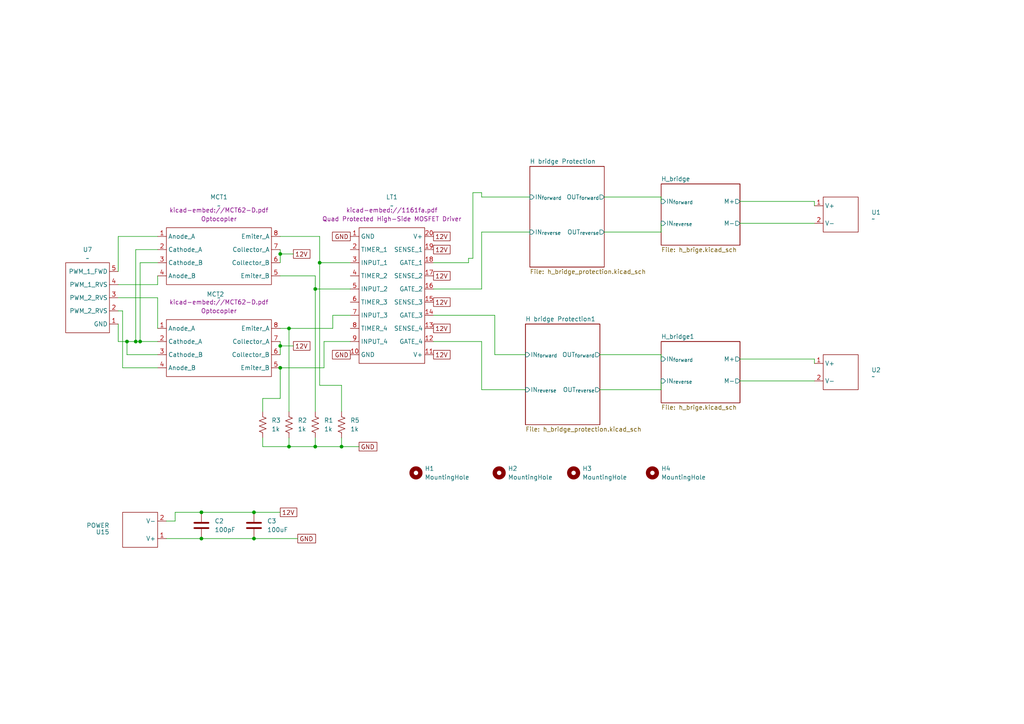
<source format=kicad_sch>
(kicad_sch (version 20250114) (generator "eeschema") (generator_version "9.0")
  (paper "A4")
  (title_block (title "H Bridge") (date "2025-07-15") (rev "Rev 2") (company "The Rolling Ohms") (comment 1 "Team 6 ENPH 253 2025"))
  (lib_symbols
    (symbol "Device:C" (pin_numbers (hide yes)) (pin_names (offset 0.254))
      (property "Reference" "C" (at 0.635 2.54 0))
      (property "Value" "C" (at 0.635 -2.54 0))
      (symbol "C_0_1"
        (polyline (pts (xy -2.032 0.762) (xy 2.032 0.762)) (stroke (width 0.508)))
        (polyline (pts (xy -2.032 -0.762) (xy 2.032 -0.762)) (stroke (width 0.508)))
      )
      (symbol "C_1_1"
        (pin passive line (at 0 3.81 270) (length 2.794) (name "~") (number "1"))
        (pin passive line (at 0 -3.81 90) (length 2.794) (name "~") (number "2"))
      )
    )
    (symbol "Device:R_US" (pin_numbers (hide yes)) (pin_names (offset 0))
      (property "Reference" "R" (at 2.54 0 90))
      (property "Value" "R_US" (at -2.54 0 90))
      (symbol "R_US_0_1"
        (polyline (pts (xy 0 2.286) (xy 0 2.54)))
        (polyline (pts (xy 0 2.286) (xy 1.016 1.905) (xy 0 1.524) (xy -1.016 1.143) (xy 0 0.762)))
        (polyline (pts (xy 0 0.762) (xy 1.016 0.381) (xy 0 0) (xy -1.016 -0.381) (xy 0 -0.762)))
        (polyline (pts (xy 0 -0.762) (xy 1.016 -1.143) (xy 0 -1.524) (xy -1.016 -1.905) (xy 0 -2.286)))
        (polyline (pts (xy 0 -2.286) (xy 0 -2.54)))
      )
      (symbol "R_US_1_1"
        (pin passive line (at 0 3.81 270) (length 1.27) (name "~") (number "1"))
        (pin passive line (at 0 -3.81 90) (length 1.27) (name "~") (number "2"))
      )
    )
    (symbol "ENPH:LT1161"
      (property "Reference" "LT1161" (at 0.254 11.176 0))
      (property "Datasheet" "kicad-embed://1161fa.pdf" (at -0.508 -30.48 0))
      (property "Description" "Quad Protected High-Side MOSFET Driver" (at 0.508 -32.766 0))
      (symbol "LT1161_0_1"
        (rectangle (start -8.89 10.16) (end 10.16 -29.21))
      )
      (symbol "LT1161_1_1"
        (pin input line (at -11.43 7.62 0) (length 2.54) (name "GND") (number "1"))
        (pin input line (at -11.43 3.81 0) (length 2.54) (name "TIMER_1") (number "2"))
        (pin input line (at -11.43 0 0) (length 2.54) (name "INPUT_1") (number "3"))
        (pin input line (at -11.43 -3.81 0) (length 2.54) (name "TIMER_2") (number "4"))
        (pin input line (at -11.43 -7.62 0) (length 2.54) (name "INPUT_2") (number "5"))
        (pin input line (at -11.43 -11.43 0) (length 2.54) (name "TIMER_3") (number "6"))
        (pin input line (at -11.43 -15.24 0) (length 2.54) (name "INPUT_3") (number "7"))
        (pin input line (at -11.43 -19.05 0) (length 2.54) (name "TIMER_4") (number "8"))
        (pin input line (at -11.43 -22.86 0) (length 2.54) (name "INPUT_4") (number "9"))
        (pin input line (at -11.43 -26.67 0) (length 2.54) (name "GND") (number "10"))
        (pin input line (at 12.7 7.62 180) (length 2.54) (name "V+") (number "20"))
        (pin input line (at 12.7 3.81 180) (length 2.54) (name "SENSE_1") (number "19"))
        (pin input line (at 12.7 0 180) (length 2.54) (name "GATE_1") (number "18"))
        (pin input line (at 12.7 -3.81 180) (length 2.54) (name "SENSE_2") (number "17"))
        (pin input line (at 12.7 -7.62 180) (length 2.54) (name "GATE_2") (number "16"))
        (pin input line (at 12.7 -11.43 180) (length 2.54) (name "SENSE_3") (number "15"))
        (pin input line (at 12.7 -15.24 180) (length 2.54) (name "GATE_3") (number "14"))
        (pin input line (at 12.7 -19.05 180) (length 2.54) (name "SENSE_4") (number "13"))
        (pin input line (at 12.7 -22.86 180) (length 2.54) (name "GATE_4") (number "12"))
        (pin input line (at 12.7 -26.67 180) (length 2.54) (name "V+") (number "11"))
      )
    )
    (symbol "ENPH:MCT6"
      (property "Reference" "MCT6" (at 2.286 9.144 0))
      (property "Datasheet" "kicad-embed://MCT62-D.pdf" (at 2.032 -10.414 0))
      (property "Description" "Optocopler" (at 2.286 -0.762 0))
      (symbol "MCT6_0_1"
        (rectangle (start -12.7 7.62) (end 17.78 -8.89))
      )
      (symbol "MCT6_1_1"
        (pin input line (at -15.24 5.08 0) (length 2.54) (name "Anode_A") (number "1"))
        (pin input line (at -15.24 1.27 0) (length 2.54) (name "Cathode_A") (number "2"))
        (pin input line (at -15.24 -2.54 0) (length 2.54) (name "Cathode_B") (number "3"))
        (pin input line (at -15.24 -6.35 0) (length 2.54) (name "Anode_B") (number "4"))
        (pin input line (at 20.32 5.08 180) (length 2.54) (name "Emiter_A") (number "8"))
        (pin input line (at 20.32 1.27 180) (length 2.54) (name "Collector_A") (number "7"))
        (pin input line (at 20.32 -2.54 180) (length 2.54) (name "Collector_B") (number "6"))
        (pin input line (at 20.32 -6.35 180) (length 2.54) (name "Emiter_B") (number "5"))
      )
    )
    (symbol "ENPH:Motor_Output_Header"
      (property "Reference" "U" (at 0 0 0))
      (symbol "Motor_Output_Header_0_1"
        (rectangle (start 5.08 5.08) (end -5.08 -5.08))
      )
      (symbol "Motor_Output_Header_1_1"
        (pin power_in line (at -7.62 2.54 0) (length 2.54) (name "V+") (number "1"))
        (pin power_in line (at -7.62 -2.54 0) (length 2.54) (name "V-") (number "2"))
      )
    )
    (symbol "ENPH:dual_motor_pwm_control"
      (property "Reference" "U" (at -6.096 -5.08 0))
      (symbol "dual_motor_pwm_control_0_1"
        (rectangle (start -7.62 12.7) (end 5.08 -7.62))
      )
      (symbol "dual_motor_pwm_control_1_1"
        (pin power_in line (at 7.62 10.16 180) (length 2.54) (name "PWM_1_FWD") (number "5"))
        (pin power_in line (at 7.62 6.35 180) (length 2.54) (name "PWM_1_RVS") (number "4"))
        (pin power_in line (at 7.62 2.54 180) (length 2.54) (name "PWM_2_RVS") (number "3"))
        (pin power_in line (at 7.62 -1.27 180) (length 2.54) (name "PWM_2_RVS") (number "2"))
        (pin power_in line (at 7.62 -5.08 180) (length 2.54) (name "GND") (number "1"))
      )
    )
    (symbol "Mechanical:MountingHole" (pin_names (offset 1.016)) (in_bom no)
      (property "Reference" "H" (at 0 5.08 0))
      (property "Value" "MountingHole" (at 0 3.175 0))
      (symbol "MountingHole_0_1"
        (circle (center 0 0) (radius 1.27) (stroke (width 1.27)))
      )
    )
  )
  (junction (at 83.82 95.25))
  (junction (at 81.28 106.68))
  (junction (at 91.44 83.82))
  (junction (at 40.64 99.06))
  (junction (at 99.06 129.54))
  (junction (at 92.71 76.2))
  (junction (at 39.37 99.06))
  (junction (at 81.28 100.33))
  (junction (at 58.42 156.21))
  (junction (at 91.44 129.54))
  (junction (at 58.42 148.59))
  (junction (at 73.66 148.59))
  (junction (at 81.28 73.66))
  (junction (at 83.82 129.54))
  (junction (at 73.66 156.21))
  (junction (at 36.83 99.06))
  (wire (pts (xy 139.7 113.03) (xy 152.4 113.03)))
  (wire (pts (xy 93.98 106.68) (xy 93.98 99.06)))
  (wire (pts (xy 139.7 99.06) (xy 139.7 113.03)))
  (wire (pts (xy 236.22 58.42) (xy 236.22 59.69)))
  (wire (pts (xy 96.52 95.25) (xy 96.52 91.44)))
  (wire (pts (xy 175.26 57.15) (xy 191.77 57.15)))
  (wire (pts (xy 81.28 106.68) (xy 93.98 106.68)))
  (wire (pts (xy 173.99 113.03) (xy 191.77 113.03)))
  (wire (pts (xy 45.72 106.68) (xy 35.56 106.68)))
  (wire (pts (xy 45.72 99.06) (xy 40.64 99.06)))
  (wire (pts (xy 191.77 57.15) (xy 191.77 58.42)))
  (wire (pts (xy 99.06 129.54) (xy 91.44 129.54)))
  (wire (pts (xy 48.26 151.13) (xy 50.8 151.13)))
  (wire (pts (xy 39.37 72.39) (xy 39.37 99.06)))
  (wire (pts (xy 45.72 102.87) (xy 36.83 102.87)))
  (wire (pts (xy 91.44 83.82) (xy 101.6 83.82)))
  (wire (pts (xy 81.28 72.39) (xy 81.28 73.66)))
  (wire (pts (xy 236.22 104.14) (xy 214.63 104.14)))
  (wire (pts (xy 35.56 106.68) (xy 35.56 90.17)))
  (wire (pts (xy 34.29 99.06) (xy 34.29 93.98)))
  (wire (pts (xy 92.71 76.2) (xy 101.6 76.2)))
  (wire (pts (xy 91.44 80.01) (xy 81.28 80.01)))
  (wire (pts (xy 93.98 99.06) (xy 101.6 99.06)))
  (wire (pts (xy 191.77 102.87) (xy 191.77 104.14)))
  (wire (pts (xy 36.83 99.06) (xy 34.29 99.06)))
  (wire (pts (xy 135.89 74.93) (xy 135.89 76.2)))
  (wire (pts (xy 58.42 156.21) (xy 73.66 156.21)))
  (wire (pts (xy 83.82 119.38) (xy 83.82 95.25)))
  (wire (pts (xy 99.06 129.54) (xy 104.14 129.54)))
  (wire (pts (xy 96.52 91.44) (xy 101.6 91.44)))
  (wire (pts (xy 76.2 115.57) (xy 81.28 115.57)))
  (wire (pts (xy 173.99 102.87) (xy 191.77 102.87)))
  (wire (pts (xy 91.44 127) (xy 91.44 129.54)))
  (wire (pts (xy 236.22 58.42) (xy 214.63 58.42)))
  (wire (pts (xy 92.71 68.58) (xy 81.28 68.58)))
  (wire (pts (xy 48.26 156.21) (xy 58.42 156.21)))
  (wire (pts (xy 83.82 127) (xy 83.82 129.54)))
  (wire (pts (xy 214.63 64.77) (xy 236.22 64.77)))
  (wire (pts (xy 76.2 127) (xy 76.2 129.54)))
  (wire (pts (xy 45.72 72.39) (xy 39.37 72.39)))
  (wire (pts (xy 99.06 127) (xy 99.06 129.54)))
  (wire (pts (xy 81.28 100.33) (xy 85.09 100.33)))
  (wire (pts (xy 40.64 99.06) (xy 39.37 99.06)))
  (wire (pts (xy 76.2 119.38) (xy 76.2 115.57)))
  (wire (pts (xy 39.37 99.06) (xy 36.83 99.06)))
  (wire (pts (xy 191.77 67.31) (xy 191.77 64.77)))
  (wire (pts (xy 50.8 151.13) (xy 50.8 148.59)))
  (wire (pts (xy 45.72 68.58) (xy 34.29 68.58)))
  (wire (pts (xy 175.26 67.31) (xy 191.77 67.31)))
  (wire (pts (xy 139.7 83.82) (xy 139.7 67.31)))
  (wire (pts (xy 35.56 90.17) (xy 34.29 90.17)))
  (wire (pts (xy 99.06 119.38) (xy 99.06 111.76)))
  (wire (pts (xy 135.89 74.93) (xy 137.16 74.93)))
  (wire (pts (xy 73.66 156.21) (xy 86.36 156.21)))
  (wire (pts (xy 125.73 99.06) (xy 139.7 99.06)))
  (wire (pts (xy 214.63 110.49) (xy 236.22 110.49)))
  (wire (pts (xy 191.77 113.03) (xy 191.77 110.49)))
  (wire (pts (xy 50.8 148.59) (xy 58.42 148.59)))
  (wire (pts (xy 139.7 67.31) (xy 153.67 67.31)))
  (wire (pts (xy 81.28 115.57) (xy 81.28 106.68)))
  (wire (pts (xy 36.83 102.87) (xy 36.83 99.06)))
  (wire (pts (xy 83.82 95.25) (xy 81.28 95.25)))
  (wire (pts (xy 73.66 148.59) (xy 81.28 148.59)))
  (wire (pts (xy 139.7 57.15) (xy 153.67 57.15)))
  (wire (pts (xy 81.28 99.06) (xy 81.28 100.33)))
  (wire (pts (xy 81.28 73.66) (xy 81.28 76.2)))
  (wire (pts (xy 91.44 83.82) (xy 91.44 80.01)))
  (wire (pts (xy 135.89 76.2) (xy 125.73 76.2)))
  (wire (pts (xy 81.28 100.33) (xy 81.28 102.87)))
  (wire (pts (xy 99.06 111.76) (xy 92.71 111.76)))
  (wire (pts (xy 45.72 80.01) (xy 45.72 82.55)))
  (wire (pts (xy 45.72 76.2) (xy 40.64 76.2)))
  (wire (pts (xy 125.73 91.44) (xy 143.51 91.44)))
  (wire (pts (xy 139.7 55.88) (xy 139.7 57.15)))
  (wire (pts (xy 125.73 83.82) (xy 139.7 83.82)))
  (wire (pts (xy 236.22 104.14) (xy 236.22 105.41)))
  (wire (pts (xy 137.16 74.93) (xy 137.16 55.88)))
  (wire (pts (xy 34.29 68.58) (xy 34.29 78.74)))
  (wire (pts (xy 91.44 119.38) (xy 91.44 83.82)))
  (wire (pts (xy 92.71 76.2) (xy 92.71 68.58)))
  (wire (pts (xy 58.42 148.59) (xy 73.66 148.59)))
  (wire (pts (xy 137.16 55.88) (xy 139.7 55.88)))
  (wire (pts (xy 76.2 129.54) (xy 83.82 129.54)))
  (wire (pts (xy 45.72 95.25) (xy 45.72 86.36)))
  (wire (pts (xy 40.64 76.2) (xy 40.64 99.06)))
  (wire (pts (xy 83.82 129.54) (xy 91.44 129.54)))
  (wire (pts (xy 83.82 95.25) (xy 96.52 95.25)))
  (wire (pts (xy 143.51 102.87) (xy 152.4 102.87)))
  (wire (pts (xy 92.71 111.76) (xy 92.71 76.2)))
  (wire (pts (xy 34.29 82.55) (xy 45.72 82.55)))
  (wire (pts (xy 45.72 86.36) (xy 34.29 86.36)))
  (wire (pts (xy 81.28 73.66) (xy 85.09 73.66)))
  (wire (pts (xy 143.51 91.44) (xy 143.51 102.87)))
  (global_label "GND" (shape passive) (at 101.6 68.58 180) (property "Intersheetrefs" "${INTERSHEET_REFS}" (effects (hide yes))))
  (global_label "12V" (shape passive) (at 85.09 73.66 0) (property "Intersheetrefs" "${INTERSHEET_REFS}" (effects (hide yes))))
  (global_label "GND" (shape passive) (at 86.36 156.21 0) (property "Intersheetrefs" "${INTERSHEET_REFS}" (effects (hide yes))))
  (global_label "12V" (shape passive) (at 81.28 148.59 0) (property "Intersheetrefs" "${INTERSHEET_REFS}" (effects (hide yes))))
  (global_label "12V" (shape passive) (at 125.73 95.25 0) (property "Intersheetrefs" "${INTERSHEET_REFS}" (effects (hide yes))))
  (global_label "GND" (shape passive) (at 101.6 102.87 180) (property "Intersheetrefs" "${INTERSHEET_REFS}" (effects (hide yes))))
  (global_label "12V" (shape passive) (at 125.73 87.63 0) (property "Intersheetrefs" "${INTERSHEET_REFS}" (effects (hide yes))))
  (global_label "GND" (shape passive) (at 104.14 129.54 0) (property "Intersheetrefs" "${INTERSHEET_REFS}" (effects (hide yes))))
  (global_label "12V" (shape passive) (at 125.73 80.01 0) (property "Intersheetrefs" "${INTERSHEET_REFS}" (effects (hide yes))))
  (global_label "12V" (shape passive) (at 125.73 68.58 0) (property "Intersheetrefs" "${INTERSHEET_REFS}" (effects (hide yes))))
  (global_label "12V" (shape passive) (at 125.73 72.39 0) (property "Intersheetrefs" "${INTERSHEET_REFS}" (effects (hide yes))))
  (global_label "12V" (shape passive) (at 85.09 100.33 0) (property "Intersheetrefs" "${INTERSHEET_REFS}" (effects (hide yes))))
  (global_label "12V" (shape passive) (at 125.73 102.87 0) (property "Intersheetrefs" "${INTERSHEET_REFS}" (effects (hide yes))))
  (symbol (lib_id "Device:R_US") (at 91.44 123.19 0) (unit 1)
    (property "Reference" "R1" (at 93.98 121.9199 0) (effects (justify left)))
    (property "Value" "1k" (at 93.98 124.4599 0) (effects (justify left)))
    (property "Footprint" "Resistor_THT:R_Axial_DIN0204_L3.6mm_D1.6mm_P5.08mm_Horizontal" (effects (hide yes)))
    (property "Description" "Resistor, US symbol" (effects (hide yes)))
  )
  (symbol (lib_id "ENPH:Motor_Output_Header") (at 243.84 107.95 0) (unit 1)
    (property "Reference" "U2" (at 252.73 107.3149 0) (effects (justify left)))
    (property "Value" "~" (at 252.73 109.22 0) (effects (justify left)))
    (property "Footprint" "Connector_PinHeader_2.54mm:PinHeader_1x02_P2.54mm_Vertical" (effects (hide yes)))
  )
  (symbol (lib_id "ENPH:Motor_Output_Header") (at 243.84 62.23 0) (unit 1)
    (property "Reference" "U1" (at 252.73 61.5949 0) (effects (justify left)))
    (property "Value" "~" (at 252.73 63.5 0) (effects (justify left)))
    (property "Footprint" "Connector_PinHeader_2.54mm:PinHeader_1x02_P2.54mm_Vertical" (effects (hide yes)))
  )
  (symbol (lib_id "Device:C") (at 73.66 152.4 0) (unit 1)
    (property "Reference" "C3" (at 77.47 151.1299 0) (effects (justify left)))
    (property "Value" "100uF" (at 77.47 153.6699 0) (effects (justify left)))
    (property "Footprint" "Capacitor_THT:CP_Radial_D4.0mm_P2.00mm" (effects (hide yes)))
    (property "Description" "Unpolarized capacitor" (effects (hide yes)))
  )
  (symbol (lib_id "Device:R_US") (at 83.82 123.19 0) (unit 1)
    (property "Reference" "R2" (at 86.36 121.9199 0) (effects (justify left)))
    (property "Value" "1k" (at 86.36 124.4599 0) (effects (justify left)))
    (property "Footprint" "Resistor_THT:R_Axial_DIN0204_L3.6mm_D1.6mm_P5.08mm_Horizontal" (effects (hide yes)))
    (property "Description" "Resistor, US symbol" (effects (hide yes)))
  )
  (symbol (lib_id "Mechanical:MountingHole") (at 189.23 137.16 0) (unit 1) (in_bom no)
    (property "Reference" "H4" (at 191.77 135.8899 0) (effects (justify left)))
    (property "Value" "MountingHole" (at 191.77 138.4299 0) (effects (justify left)))
    (property "Footprint" "MountingHole:MountingHole_3.2mm_M3" (effects (hide yes)))
    (property "Description" "Mounting Hole without connection" (effects (hide yes)))
  )
  (symbol (lib_id "ENPH:dual_motor_pwm_control") (at 26.67 88.9 0) (unit 1)
    (property "Reference" "U7" (at 25.4 72.39 0))
    (property "Value" "~" (at 25.4 74.93 0))
    (property "Footprint" "Connector_PinHeader_2.54mm:PinHeader_1x05_P2.54mm_Vertical" (effects (hide yes)))
  )
  (symbol (lib_id "Mechanical:MountingHole") (at 166.37 137.16 0) (unit 1) (in_bom no)
    (property "Reference" "H3" (at 168.91 135.8899 0) (effects (justify left)))
    (property "Value" "MountingHole" (at 168.91 138.4299 0) (effects (justify left)))
    (property "Footprint" "MountingHole:MountingHole_3.2mm_M3" (effects (hide yes)))
    (property "Description" "Mounting Hole without connection" (effects (hide yes)))
  )
  (symbol (lib_id "Device:C") (at 58.42 152.4 0) (unit 1)
    (property "Reference" "C2" (at 62.23 151.1299 0) (effects (justify left)))
    (property "Value" "100pF" (at 62.23 153.6699 0) (effects (justify left)))
    (property "Footprint" "Capacitor_THT:CP_Radial_D4.0mm_P2.00mm" (effects (hide yes)))
    (property "Description" "Unpolarized capacitor" (effects (hide yes)))
  )
  (symbol (lib_id "Mechanical:MountingHole") (at 120.65 137.16 0) (unit 1) (in_bom no)
    (property "Reference" "H1" (at 123.19 135.8899 0) (effects (justify left)))
    (property "Value" "MountingHole" (at 123.19 138.4299 0) (effects (justify left)))
    (property "Footprint" "MountingHole:MountingHole_3.2mm_M3" (effects (hide yes)))
    (property "Description" "Mounting Hole without connection" (effects (hide yes)))
  )
  (symbol (lib_id "Mechanical:MountingHole") (at 144.78 137.16 0) (unit 1) (in_bom no)
    (property "Reference" "H2" (at 147.32 135.8899 0) (effects (justify left)))
    (property "Value" "MountingHole" (at 147.32 138.4299 0) (effects (justify left)))
    (property "Footprint" "MountingHole:MountingHole_3.2mm_M3" (effects (hide yes)))
    (property "Description" "Mounting Hole without connection" (effects (hide yes)))
  )
  (symbol (lib_id "ENPH:Motor_Output_Header") (at 40.64 153.67 180) (unit 1)
    (property "Reference" "U15" (at 31.75 154.3051 0) (effects (justify left)))
    (property "Value" "POWER" (at 31.75 152.4 0) (effects (justify left)))
    (property "Footprint" "Connector_PinHeader_2.54mm:PinHeader_1x02_P2.54mm_Vertical" (effects (hide yes)))
  )
  (symbol (lib_id "ENPH:MCT6") (at 60.96 73.66 0) (unit 1)
    (property "Reference" "MCT1" (at 63.5 57.15 0))
    (property "Value" "~" (at 63.5 59.69 0))
    (property "Footprint" "Package_DIP:DIP-8_W7.62mm_Socket" (effects (hide yes)))
    (property "Datasheet" "kicad-embed://MCT62-D.pdf" (at 63.5 60.96 0))
    (property "Description" "Optocopler" (at 63.5 63.5 0))
  )
  (symbol (lib_id "Device:R_US") (at 76.2 123.19 0) (unit 1)
    (property "Reference" "R3" (at 78.74 121.9199 0) (effects (justify left)))
    (property "Value" "1k" (at 78.74 124.4599 0) (effects (justify left)))
    (property "Footprint" "Resistor_THT:R_Axial_DIN0204_L3.6mm_D1.6mm_P5.08mm_Horizontal" (effects (hide yes)))
    (property "Description" "Resistor, US symbol" (effects (hide yes)))
  )
  (symbol (lib_id "ENPH:LT1161") (at 113.03 76.2 0) (unit 1)
    (property "Reference" "LT1" (at 113.665 57.15 0))
    (property "Value" "~" (at 113.665 59.69 0))
    (property "Footprint" "Package_DIP:DIP-20_W7.62mm_Socket" (effects (hide yes)))
    (property "Datasheet" "kicad-embed://1161fa.pdf" (at 113.665 60.96 0))
    (property "Description" "Quad Protected High-Side MOSFET Driver" (at 113.665 63.5 0))
  )
  (symbol (lib_id "Device:R_US") (at 99.06 123.19 0) (unit 1)
    (property "Reference" "R5" (at 101.6 121.9199 0) (effects (justify left)))
    (property "Value" "1k" (at 101.6 124.4599 0) (effects (justify left)))
    (property "Footprint" "Resistor_THT:R_Axial_DIN0204_L3.6mm_D1.6mm_P5.08mm_Horizontal" (effects (hide yes)))
    (property "Description" "Resistor, US symbol" (effects (hide yes)))
  )
  (symbol (lib_id "ENPH:MCT6") (at 60.96 100.33 0) (unit 1)
    (property "Reference" "MCT2" (at 62.484 85.344 0))
    (property "Value" "~" (at 63.5 86.36 0))
    (property "Footprint" "Package_DIP:DIP-8_W7.62mm_Socket" (effects (hide yes)))
    (property "Datasheet" "kicad-embed://MCT62-D.pdf" (at 63.5 87.63 0))
    (property "Description" "Optocopler" (at 63.5 90.17 0))
  )
  (sheet (at 191.77 53.34) (size 22.86 17.78) (stroke (width 0.1524))
    (property "Sheetname" "H_bridge" (at 191.77 52.6284 0) (effects (justify left bottom)))
    (property "Sheetfile" "h_brige.kicad_sch" (at 191.77 71.7046 0) (effects (justify left top)))
    (pin "IN_{forward}" input (at 191.77 58.42 180))
    (pin "IN_{reverse}" input (at 191.77 64.77 180))
    (pin "M+" output (at 214.63 58.42 0))
    (pin "M-" output (at 214.63 64.77 0))
  )
  (sheet (at 191.77 99.06) (size 22.86 17.78) (stroke (width 0.1524))
    (property "Sheetname" "H_bridge1" (at 191.77 98.3484 0) (effects (justify left bottom)))
    (property "Sheetfile" "h_brige.kicad_sch" (at 191.77 117.4246 0) (effects (justify left top)))
    (pin "IN_{forward}" input (at 191.77 104.14 180))
    (pin "IN_{reverse}" input (at 191.77 110.49 180))
    (pin "M+" output (at 214.63 104.14 0))
    (pin "M-" output (at 214.63 110.49 0))
  )
  (sheet (at 152.4 93.98) (size 21.59 29.21) (stroke (width 0.1524))
    (property "Sheetname" "H bridge Protection1" (at 152.4 93.2684 0) (effects (justify left bottom)))
    (property "Sheetfile" "h_bridge_protection.kicad_sch" (at 152.4 123.7746 0) (effects (justify left top)))
    (pin "IN_{reverse}" input (at 152.4 113.03 180))
    (pin "OUT_{forward}" output (at 173.99 102.87 0))
    (pin "IN_{forward}" input (at 152.4 102.87 180))
    (pin "OUT_{reverse}" output (at 173.99 113.03 0))
  )
  (sheet (at 153.67 48.26) (size 21.59 29.21) (stroke (width 0.1524))
    (property "Sheetname" "H bridge Protection" (at 153.67 47.5484 0) (effects (justify left bottom)))
    (property "Sheetfile" "h_bridge_protection.kicad_sch" (at 153.67 78.0546 0) (effects (justify left top)))
    (pin "IN_{reverse}" input (at 153.67 67.31 180))
    (pin "OUT_{forward}" output (at 175.26 57.15 0))
    (pin "IN_{forward}" input (at 153.67 57.15 180))
    (pin "OUT_{reverse}" output (at 175.26 67.31 0))
  )
)
</source>
